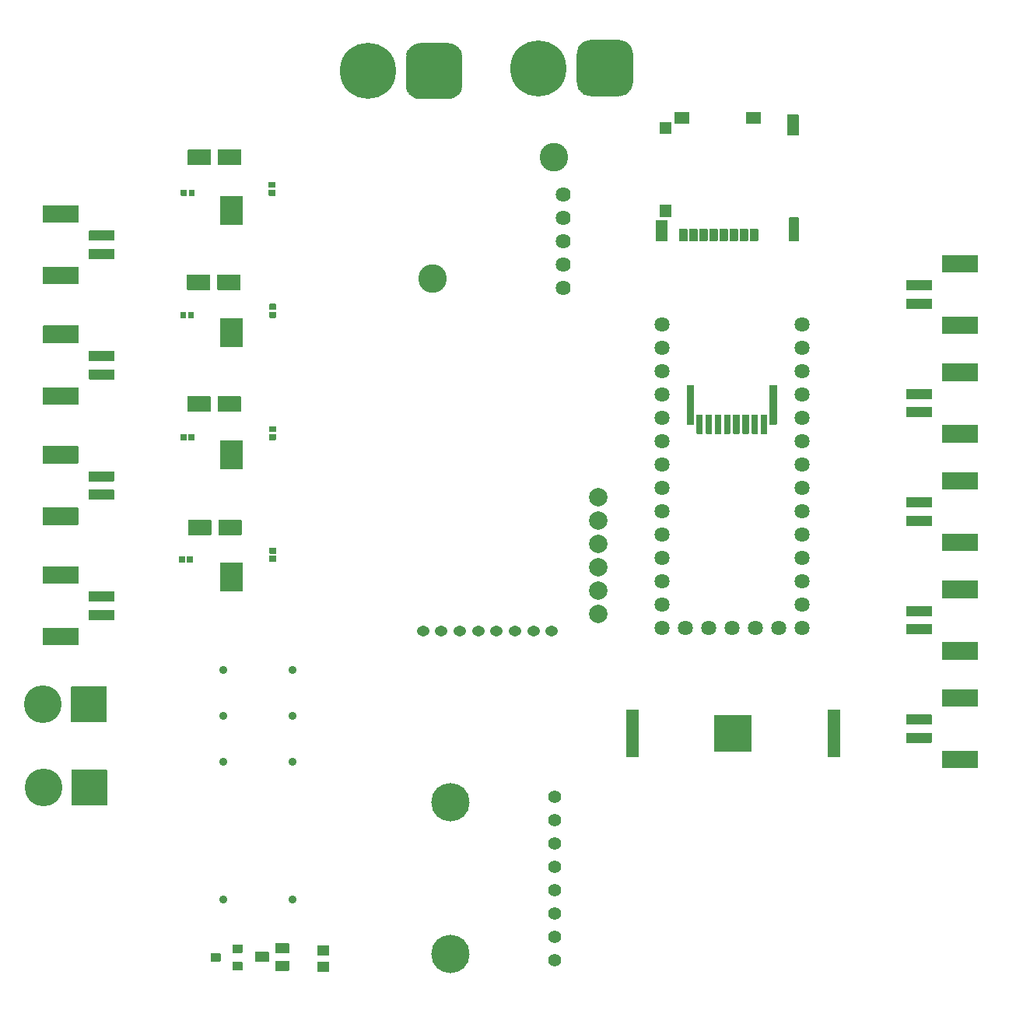
<source format=gbr>
%TF.GenerationSoftware,KiCad,Pcbnew,(5.1.8)-1*%
%TF.CreationDate,2021-01-10T20:37:24-08:00*%
%TF.ProjectId,PJS,504a532e-6b69-4636-9164-5f7063625858,rev?*%
%TF.SameCoordinates,Original*%
%TF.FileFunction,Soldermask,Top*%
%TF.FilePolarity,Negative*%
%FSLAX46Y46*%
G04 Gerber Fmt 4.6, Leading zero omitted, Abs format (unit mm)*
G04 Created by KiCad (PCBNEW (5.1.8)-1) date 2021-01-10 20:37:24*
%MOMM*%
%LPD*%
G01*
G04 APERTURE LIST*
%ADD10C,0.901600*%
%ADD11C,6.101600*%
%ADD12O,1.371600X1.101600*%
%ADD13C,2.001600*%
%ADD14C,1.409600*%
%ADD15C,4.165600*%
%ADD16C,4.101600*%
%ADD17C,1.631600*%
%ADD18C,3.101600*%
%ADD19C,1.625600*%
%ADD20C,0.100000*%
G04 APERTURE END LIST*
%TO.C,D1*%
G36*
G01*
X103401600Y-146439799D02*
X102401600Y-146439799D01*
G75*
G02*
X102350800Y-146388999I0J50800D01*
G01*
X102350800Y-145588999D01*
G75*
G02*
X102401600Y-145538199I50800J0D01*
G01*
X103401600Y-145538199D01*
G75*
G02*
X103452400Y-145588999I0J-50800D01*
G01*
X103452400Y-146388999D01*
G75*
G02*
X103401600Y-146439799I-50800J0D01*
G01*
G37*
G36*
G01*
X103401600Y-148339799D02*
X102401600Y-148339799D01*
G75*
G02*
X102350800Y-148288999I0J50800D01*
G01*
X102350800Y-147488999D01*
G75*
G02*
X102401600Y-147438199I50800J0D01*
G01*
X103401600Y-147438199D01*
G75*
G02*
X103452400Y-147488999I0J-50800D01*
G01*
X103452400Y-148288999D01*
G75*
G02*
X103401600Y-148339799I-50800J0D01*
G01*
G37*
G36*
G01*
X101001600Y-147389799D02*
X100001600Y-147389799D01*
G75*
G02*
X99950800Y-147338999I0J50800D01*
G01*
X99950800Y-146538999D01*
G75*
G02*
X100001600Y-146488199I50800J0D01*
G01*
X101001600Y-146488199D01*
G75*
G02*
X101052400Y-146538999I0J-50800D01*
G01*
X101052400Y-147338999D01*
G75*
G02*
X101001600Y-147389799I-50800J0D01*
G01*
G37*
%TD*%
%TO.C,XM1*%
G36*
G01*
X152070800Y-55000999D02*
X152070800Y-56150999D01*
G75*
G02*
X152020000Y-56201799I-50800J0D01*
G01*
X150520000Y-56201799D01*
G75*
G02*
X150469200Y-56150999I0J50800D01*
G01*
X150469200Y-55000999D01*
G75*
G02*
X150520000Y-54950199I50800J0D01*
G01*
X152020000Y-54950199D01*
G75*
G02*
X152070800Y-55000999I0J-50800D01*
G01*
G37*
G36*
G01*
X159850800Y-55000999D02*
X159850800Y-56150999D01*
G75*
G02*
X159800000Y-56201799I-50800J0D01*
G01*
X158300000Y-56201799D01*
G75*
G02*
X158249200Y-56150999I0J50800D01*
G01*
X158249200Y-55000999D01*
G75*
G02*
X158300000Y-54950199I50800J0D01*
G01*
X159800000Y-54950199D01*
G75*
G02*
X159850800Y-55000999I0J-50800D01*
G01*
G37*
G36*
G01*
X163980800Y-55270999D02*
X163980800Y-57470999D01*
G75*
G02*
X163930000Y-57521799I-50800J0D01*
G01*
X162780000Y-57521799D01*
G75*
G02*
X162729200Y-57470999I0J50800D01*
G01*
X162729200Y-55270999D01*
G75*
G02*
X162780000Y-55220199I50800J0D01*
G01*
X163930000Y-55220199D01*
G75*
G02*
X163980800Y-55270999I0J-50800D01*
G01*
G37*
G36*
G01*
X150100800Y-56100999D02*
X150100800Y-57300999D01*
G75*
G02*
X150050000Y-57351799I-50800J0D01*
G01*
X148890000Y-57351799D01*
G75*
G02*
X148839200Y-57300999I0J50800D01*
G01*
X148839200Y-56100999D01*
G75*
G02*
X148890000Y-56050199I50800J0D01*
G01*
X150050000Y-56050199D01*
G75*
G02*
X150100800Y-56100999I0J-50800D01*
G01*
G37*
G36*
G01*
X150100800Y-65075999D02*
X150100800Y-66325999D01*
G75*
G02*
X150050000Y-66376799I-50800J0D01*
G01*
X148890000Y-66376799D01*
G75*
G02*
X148839200Y-66325999I0J50800D01*
G01*
X148839200Y-65075999D01*
G75*
G02*
X148890000Y-65025199I50800J0D01*
G01*
X150050000Y-65025199D01*
G75*
G02*
X150100800Y-65075999I0J-50800D01*
G01*
G37*
G36*
G01*
X149690800Y-66750999D02*
X149690800Y-68950999D01*
G75*
G02*
X149640000Y-69001799I-50800J0D01*
G01*
X148490000Y-69001799D01*
G75*
G02*
X148439200Y-68950999I0J50800D01*
G01*
X148439200Y-66750999D01*
G75*
G02*
X148490000Y-66700199I50800J0D01*
G01*
X149640000Y-66700199D01*
G75*
G02*
X149690800Y-66750999I0J-50800D01*
G01*
G37*
G36*
G01*
X163980800Y-66450999D02*
X163980800Y-68950999D01*
G75*
G02*
X163930000Y-69001799I-50800J0D01*
G01*
X162980000Y-69001799D01*
G75*
G02*
X162929200Y-68950999I0J50800D01*
G01*
X162929200Y-66450999D01*
G75*
G02*
X162980000Y-66400199I50800J0D01*
G01*
X163930000Y-66400199D01*
G75*
G02*
X163980800Y-66450999I0J-50800D01*
G01*
G37*
G36*
G01*
X151860800Y-67710999D02*
X151860800Y-68950999D01*
G75*
G02*
X151810000Y-69001799I-50800J0D01*
G01*
X151010000Y-69001799D01*
G75*
G02*
X150959200Y-68950999I0J50800D01*
G01*
X150959200Y-67710999D01*
G75*
G02*
X151010000Y-67660199I50800J0D01*
G01*
X151810000Y-67660199D01*
G75*
G02*
X151860800Y-67710999I0J-50800D01*
G01*
G37*
G36*
G01*
X152960800Y-67710999D02*
X152960800Y-68950999D01*
G75*
G02*
X152910000Y-69001799I-50800J0D01*
G01*
X152110000Y-69001799D01*
G75*
G02*
X152059200Y-68950999I0J50800D01*
G01*
X152059200Y-67710999D01*
G75*
G02*
X152110000Y-67660199I50800J0D01*
G01*
X152910000Y-67660199D01*
G75*
G02*
X152960800Y-67710999I0J-50800D01*
G01*
G37*
G36*
G01*
X154060800Y-67710999D02*
X154060800Y-68950999D01*
G75*
G02*
X154010000Y-69001799I-50800J0D01*
G01*
X153210000Y-69001799D01*
G75*
G02*
X153159200Y-68950999I0J50800D01*
G01*
X153159200Y-67710999D01*
G75*
G02*
X153210000Y-67660199I50800J0D01*
G01*
X154010000Y-67660199D01*
G75*
G02*
X154060800Y-67710999I0J-50800D01*
G01*
G37*
G36*
G01*
X155160800Y-67710999D02*
X155160800Y-68950999D01*
G75*
G02*
X155110000Y-69001799I-50800J0D01*
G01*
X154310000Y-69001799D01*
G75*
G02*
X154259200Y-68950999I0J50800D01*
G01*
X154259200Y-67710999D01*
G75*
G02*
X154310000Y-67660199I50800J0D01*
G01*
X155110000Y-67660199D01*
G75*
G02*
X155160800Y-67710999I0J-50800D01*
G01*
G37*
G36*
G01*
X156260800Y-67710999D02*
X156260800Y-68950999D01*
G75*
G02*
X156210000Y-69001799I-50800J0D01*
G01*
X155410000Y-69001799D01*
G75*
G02*
X155359200Y-68950999I0J50800D01*
G01*
X155359200Y-67710999D01*
G75*
G02*
X155410000Y-67660199I50800J0D01*
G01*
X156210000Y-67660199D01*
G75*
G02*
X156260800Y-67710999I0J-50800D01*
G01*
G37*
G36*
G01*
X157360800Y-67710999D02*
X157360800Y-68950999D01*
G75*
G02*
X157310000Y-69001799I-50800J0D01*
G01*
X156510000Y-69001799D01*
G75*
G02*
X156459200Y-68950999I0J50800D01*
G01*
X156459200Y-67710999D01*
G75*
G02*
X156510000Y-67660199I50800J0D01*
G01*
X157310000Y-67660199D01*
G75*
G02*
X157360800Y-67710999I0J-50800D01*
G01*
G37*
G36*
G01*
X158460800Y-67710999D02*
X158460800Y-68950999D01*
G75*
G02*
X158410000Y-69001799I-50800J0D01*
G01*
X157610000Y-69001799D01*
G75*
G02*
X157559200Y-68950999I0J50800D01*
G01*
X157559200Y-67710999D01*
G75*
G02*
X157610000Y-67660199I50800J0D01*
G01*
X158410000Y-67660199D01*
G75*
G02*
X158460800Y-67710999I0J-50800D01*
G01*
G37*
G36*
G01*
X159560800Y-67710999D02*
X159560800Y-68950999D01*
G75*
G02*
X159510000Y-69001799I-50800J0D01*
G01*
X158710000Y-69001799D01*
G75*
G02*
X158659200Y-68950999I0J50800D01*
G01*
X158659200Y-67710999D01*
G75*
G02*
X158710000Y-67660199I50800J0D01*
G01*
X159510000Y-67660199D01*
G75*
G02*
X159560800Y-67710999I0J-50800D01*
G01*
G37*
%TD*%
D10*
%TO.C,K1*%
X101342500Y-115642999D03*
X101342500Y-120642999D03*
X101342500Y-125642999D03*
X101342500Y-140642999D03*
X108842500Y-115642999D03*
X108842500Y-120642999D03*
X108842500Y-125642999D03*
X108842500Y-140642999D03*
%TD*%
%TO.C,X3*%
G36*
G01*
X145925800Y-48639599D02*
X145925800Y-51690399D01*
G75*
G02*
X144400400Y-53215799I-1525400J0D01*
G01*
X141349600Y-53215799D01*
G75*
G02*
X139824200Y-51690399I0J1525400D01*
G01*
X139824200Y-48639599D01*
G75*
G02*
X141349600Y-47114199I1525400J0D01*
G01*
X144400400Y-47114199D01*
G75*
G02*
X145925800Y-48639599I0J-1525400D01*
G01*
G37*
D11*
X135675000Y-50164999D03*
%TD*%
%TO.C,C3*%
G36*
G01*
X99952800Y-85943999D02*
X99952800Y-87523999D01*
G75*
G02*
X99902000Y-87574799I-50800J0D01*
G01*
X97482000Y-87574799D01*
G75*
G02*
X97431200Y-87523999I0J50800D01*
G01*
X97431200Y-85943999D01*
G75*
G02*
X97482000Y-85893199I50800J0D01*
G01*
X99902000Y-85893199D01*
G75*
G02*
X99952800Y-85943999I0J-50800D01*
G01*
G37*
G36*
G01*
X103252800Y-85943999D02*
X103252800Y-87523999D01*
G75*
G02*
X103202000Y-87574799I-50800J0D01*
G01*
X100782000Y-87574799D01*
G75*
G02*
X100731200Y-87523999I0J50800D01*
G01*
X100731200Y-85943999D01*
G75*
G02*
X100782000Y-85893199I50800J0D01*
G01*
X103202000Y-85893199D01*
G75*
G02*
X103252800Y-85943999I0J-50800D01*
G01*
G37*
%TD*%
%TO.C,A1*%
G36*
G01*
X103485800Y-64108999D02*
X103485800Y-67208999D01*
G75*
G02*
X103435000Y-67259799I-50800J0D01*
G01*
X101035000Y-67259799D01*
G75*
G02*
X100984200Y-67208999I0J50800D01*
G01*
X100984200Y-64108999D01*
G75*
G02*
X101035000Y-64058199I50800J0D01*
G01*
X103435000Y-64058199D01*
G75*
G02*
X103485800Y-64108999I0J-50800D01*
G01*
G37*
%TD*%
%TO.C,A2*%
G36*
G01*
X103485800Y-77401665D02*
X103485800Y-80501665D01*
G75*
G02*
X103435000Y-80552465I-50800J0D01*
G01*
X101035000Y-80552465D01*
G75*
G02*
X100984200Y-80501665I0J50800D01*
G01*
X100984200Y-77401665D01*
G75*
G02*
X101035000Y-77350865I50800J0D01*
G01*
X103435000Y-77350865D01*
G75*
G02*
X103485800Y-77401665I0J-50800D01*
G01*
G37*
%TD*%
%TO.C,A3*%
G36*
G01*
X103485800Y-90694331D02*
X103485800Y-93794331D01*
G75*
G02*
X103435000Y-93845131I-50800J0D01*
G01*
X101035000Y-93845131D01*
G75*
G02*
X100984200Y-93794331I0J50800D01*
G01*
X100984200Y-90694331D01*
G75*
G02*
X101035000Y-90643531I50800J0D01*
G01*
X103435000Y-90643531D01*
G75*
G02*
X103485800Y-90694331I0J-50800D01*
G01*
G37*
%TD*%
%TO.C,A4*%
G36*
G01*
X103485800Y-103986999D02*
X103485800Y-107086999D01*
G75*
G02*
X103435000Y-107137799I-50800J0D01*
G01*
X101035000Y-107137799D01*
G75*
G02*
X100984200Y-107086999I0J50800D01*
G01*
X100984200Y-103986999D01*
G75*
G02*
X101035000Y-103936199I50800J0D01*
G01*
X103435000Y-103936199D01*
G75*
G02*
X103485800Y-103986999I0J-50800D01*
G01*
G37*
%TD*%
D12*
%TO.C,A6*%
X125092600Y-111454999D03*
X129092600Y-111454999D03*
D13*
X142122600Y-96844999D03*
X142122600Y-104464999D03*
D12*
X135092600Y-111454999D03*
X137092600Y-111454999D03*
X133092600Y-111454999D03*
D13*
X142122600Y-107004999D03*
X142122600Y-99384999D03*
X142122600Y-101924999D03*
X142122600Y-109544999D03*
D12*
X123092600Y-111454999D03*
X127092600Y-111454999D03*
X131092600Y-111454999D03*
%TD*%
D14*
%TO.C,A5*%
X137414000Y-142112999D03*
X137414000Y-137032999D03*
X137414000Y-144652999D03*
D15*
X126111000Y-130047999D03*
D14*
X137414000Y-139572999D03*
X137414000Y-147192999D03*
X137414000Y-134492999D03*
X137414000Y-129412999D03*
X137414000Y-131952999D03*
D15*
X126111000Y-146557999D03*
%TD*%
D16*
%TO.C,X2*%
X81715000Y-119414999D03*
G36*
G01*
X88665800Y-117514999D02*
X88665800Y-121314999D01*
G75*
G02*
X88615000Y-121365799I-50800J0D01*
G01*
X84815000Y-121365799D01*
G75*
G02*
X84764200Y-121314999I0J50800D01*
G01*
X84764200Y-117514999D01*
G75*
G02*
X84815000Y-117464199I50800J0D01*
G01*
X88615000Y-117464199D01*
G75*
G02*
X88665800Y-117514999I0J-50800D01*
G01*
G37*
%TD*%
%TO.C,X1*%
X81765000Y-128464999D03*
G36*
G01*
X88715800Y-126564999D02*
X88715800Y-130364999D01*
G75*
G02*
X88665000Y-130415799I-50800J0D01*
G01*
X84865000Y-130415799D01*
G75*
G02*
X84814200Y-130364999I0J50800D01*
G01*
X84814200Y-126564999D01*
G75*
G02*
X84865000Y-126514199I50800J0D01*
G01*
X88665000Y-126514199D01*
G75*
G02*
X88715800Y-126564999I0J-50800D01*
G01*
G37*
%TD*%
%TO.C,X4*%
G36*
G01*
X127358400Y-48969799D02*
X127358400Y-52020599D01*
G75*
G02*
X125833000Y-53545999I-1525400J0D01*
G01*
X122782200Y-53545999D01*
G75*
G02*
X121256800Y-52020599I0J1525400D01*
G01*
X121256800Y-48969799D01*
G75*
G02*
X122782200Y-47444399I1525400J0D01*
G01*
X125833000Y-47444399D01*
G75*
G02*
X127358400Y-48969799I0J-1525400D01*
G01*
G37*
D11*
X117107600Y-50495199D03*
%TD*%
%TO.C,R5*%
G36*
G01*
X112842599Y-148472397D02*
X111642601Y-148472397D01*
G75*
G02*
X111591801Y-148421597I0J50800D01*
G01*
X111591801Y-147415999D01*
G75*
G02*
X111642601Y-147365199I50800J0D01*
G01*
X112842599Y-147365199D01*
G75*
G02*
X112893399Y-147415999I0J-50800D01*
G01*
X112893399Y-148421597D01*
G75*
G02*
X112842599Y-148472397I-50800J0D01*
G01*
G37*
G36*
G01*
X112842599Y-146766799D02*
X111642601Y-146766799D01*
G75*
G02*
X111591801Y-146715999I0J50800D01*
G01*
X111591801Y-145710401D01*
G75*
G02*
X111642601Y-145659601I50800J0D01*
G01*
X112842599Y-145659601D01*
G75*
G02*
X112893399Y-145710401I0J-50800D01*
G01*
X112893399Y-146715999D01*
G75*
G02*
X112842599Y-146766799I-50800J0D01*
G01*
G37*
%TD*%
%TO.C,BT1*%
G36*
G01*
X168515800Y-120014999D02*
X168515800Y-125094999D01*
G75*
G02*
X168465000Y-125145799I-50800J0D01*
G01*
X167195000Y-125145799D01*
G75*
G02*
X167144200Y-125094999I0J50800D01*
G01*
X167144200Y-120014999D01*
G75*
G02*
X167195000Y-119964199I50800J0D01*
G01*
X168465000Y-119964199D01*
G75*
G02*
X168515800Y-120014999I0J-50800D01*
G01*
G37*
G36*
G01*
X146545800Y-120014999D02*
X146545800Y-125094999D01*
G75*
G02*
X146495000Y-125145799I-50800J0D01*
G01*
X145225000Y-125145799D01*
G75*
G02*
X145174200Y-125094999I0J50800D01*
G01*
X145174200Y-120014999D01*
G75*
G02*
X145225000Y-119964199I50800J0D01*
G01*
X146495000Y-119964199D01*
G75*
G02*
X146545800Y-120014999I0J-50800D01*
G01*
G37*
G36*
G01*
X158875800Y-120574999D02*
X158875800Y-124534999D01*
G75*
G02*
X158825000Y-124585799I-50800J0D01*
G01*
X154865000Y-124585799D01*
G75*
G02*
X154814200Y-124534999I0J50800D01*
G01*
X154814200Y-120574999D01*
G75*
G02*
X154865000Y-120524199I50800J0D01*
G01*
X158825000Y-120524199D01*
G75*
G02*
X158875800Y-120574999I0J-50800D01*
G01*
G37*
%TD*%
D17*
%TO.C,U2*%
X161772600Y-111048799D03*
X159232600Y-111048799D03*
X156692600Y-111048799D03*
X154152600Y-111048799D03*
X151612600Y-111048799D03*
X164312600Y-78028799D03*
X164312600Y-80568799D03*
X164312600Y-83108799D03*
X164312600Y-85648799D03*
X164312600Y-88188799D03*
X164312600Y-90728799D03*
X164312600Y-93268799D03*
X164312600Y-95808799D03*
X164312600Y-98348799D03*
X164312600Y-100888799D03*
X164312600Y-103428799D03*
X164312600Y-105968799D03*
X164312600Y-108508799D03*
X164312600Y-111048799D03*
X149072600Y-78028799D03*
X149072600Y-80568799D03*
X149072600Y-83108799D03*
X149072600Y-85648799D03*
X149072600Y-88188799D03*
X149072600Y-90728799D03*
X149072600Y-93268799D03*
X149072600Y-95808799D03*
X149072600Y-98348799D03*
X149072600Y-100888799D03*
X149072600Y-103428799D03*
X149072600Y-105968799D03*
X149072600Y-108508799D03*
X149072600Y-111048799D03*
%TD*%
%TO.C,Q1*%
G36*
G01*
X108454600Y-146488999D02*
X107054600Y-146488999D01*
G75*
G02*
X107003800Y-146438199I0J50800D01*
G01*
X107003800Y-145438199D01*
G75*
G02*
X107054600Y-145387399I50800J0D01*
G01*
X108454600Y-145387399D01*
G75*
G02*
X108505400Y-145438199I0J-50800D01*
G01*
X108505400Y-146438199D01*
G75*
G02*
X108454600Y-146488999I-50800J0D01*
G01*
G37*
G36*
G01*
X108454600Y-148388999D02*
X107054600Y-148388999D01*
G75*
G02*
X107003800Y-148338199I0J50800D01*
G01*
X107003800Y-147338199D01*
G75*
G02*
X107054600Y-147287399I50800J0D01*
G01*
X108454600Y-147287399D01*
G75*
G02*
X108505400Y-147338199I0J-50800D01*
G01*
X108505400Y-148338199D01*
G75*
G02*
X108454600Y-148388999I-50800J0D01*
G01*
G37*
G36*
G01*
X106254600Y-147438999D02*
X104854600Y-147438999D01*
G75*
G02*
X104803800Y-147388199I0J50800D01*
G01*
X104803800Y-146388199D01*
G75*
G02*
X104854600Y-146337399I50800J0D01*
G01*
X106254600Y-146337399D01*
G75*
G02*
X106305400Y-146388199I0J-50800D01*
G01*
X106305400Y-147388199D01*
G75*
G02*
X106254600Y-147438999I-50800J0D01*
G01*
G37*
%TD*%
%TO.C,C1*%
G36*
G01*
X99985800Y-59084999D02*
X99985800Y-60664999D01*
G75*
G02*
X99935000Y-60715799I-50800J0D01*
G01*
X97515000Y-60715799D01*
G75*
G02*
X97464200Y-60664999I0J50800D01*
G01*
X97464200Y-59084999D01*
G75*
G02*
X97515000Y-59034199I50800J0D01*
G01*
X99935000Y-59034199D01*
G75*
G02*
X99985800Y-59084999I0J-50800D01*
G01*
G37*
G36*
G01*
X103285800Y-59084999D02*
X103285800Y-60664999D01*
G75*
G02*
X103235000Y-60715799I-50800J0D01*
G01*
X100815000Y-60715799D01*
G75*
G02*
X100764200Y-60664999I0J50800D01*
G01*
X100764200Y-59084999D01*
G75*
G02*
X100815000Y-59034199I50800J0D01*
G01*
X103235000Y-59034199D01*
G75*
G02*
X103285800Y-59084999I0J-50800D01*
G01*
G37*
%TD*%
%TO.C,C2*%
G36*
G01*
X103217800Y-72668999D02*
X103217800Y-74248999D01*
G75*
G02*
X103167000Y-74299799I-50800J0D01*
G01*
X100747000Y-74299799D01*
G75*
G02*
X100696200Y-74248999I0J50800D01*
G01*
X100696200Y-72668999D01*
G75*
G02*
X100747000Y-72618199I50800J0D01*
G01*
X103167000Y-72618199D01*
G75*
G02*
X103217800Y-72668999I0J-50800D01*
G01*
G37*
G36*
G01*
X99917800Y-72668999D02*
X99917800Y-74248999D01*
G75*
G02*
X99867000Y-74299799I-50800J0D01*
G01*
X97447000Y-74299799D01*
G75*
G02*
X97396200Y-74248999I0J50800D01*
G01*
X97396200Y-72668999D01*
G75*
G02*
X97447000Y-72618199I50800J0D01*
G01*
X99867000Y-72618199D01*
G75*
G02*
X99917800Y-72668999I0J-50800D01*
G01*
G37*
%TD*%
%TO.C,C4*%
G36*
G01*
X103337800Y-99368999D02*
X103337800Y-100948999D01*
G75*
G02*
X103287000Y-100999799I-50800J0D01*
G01*
X100867000Y-100999799D01*
G75*
G02*
X100816200Y-100948999I0J50800D01*
G01*
X100816200Y-99368999D01*
G75*
G02*
X100867000Y-99318199I50800J0D01*
G01*
X103287000Y-99318199D01*
G75*
G02*
X103337800Y-99368999I0J-50800D01*
G01*
G37*
G36*
G01*
X100037800Y-99368999D02*
X100037800Y-100948999D01*
G75*
G02*
X99987000Y-100999799I-50800J0D01*
G01*
X97567000Y-100999799D01*
G75*
G02*
X97516200Y-100948999I0J50800D01*
G01*
X97516200Y-99368999D01*
G75*
G02*
X97567000Y-99318199I50800J0D01*
G01*
X99987000Y-99318199D01*
G75*
G02*
X100037800Y-99368999I0J-50800D01*
G01*
G37*
%TD*%
%TO.C,C5*%
G36*
G01*
X98228800Y-63440499D02*
X98228800Y-64040499D01*
G75*
G02*
X98178000Y-64091299I-50800J0D01*
G01*
X97638000Y-64091299D01*
G75*
G02*
X97587200Y-64040499I0J50800D01*
G01*
X97587200Y-63440499D01*
G75*
G02*
X97638000Y-63389699I50800J0D01*
G01*
X98178000Y-63389699D01*
G75*
G02*
X98228800Y-63440499I0J-50800D01*
G01*
G37*
G36*
G01*
X97368800Y-63440499D02*
X97368800Y-64040499D01*
G75*
G02*
X97318000Y-64091299I-50800J0D01*
G01*
X96778000Y-64091299D01*
G75*
G02*
X96727200Y-64040499I0J50800D01*
G01*
X96727200Y-63440499D01*
G75*
G02*
X96778000Y-63389699I50800J0D01*
G01*
X97318000Y-63389699D01*
G75*
G02*
X97368800Y-63440499I0J-50800D01*
G01*
G37*
%TD*%
%TO.C,C6*%
G36*
G01*
X97301800Y-76773999D02*
X97301800Y-77373999D01*
G75*
G02*
X97251000Y-77424799I-50800J0D01*
G01*
X96711000Y-77424799D01*
G75*
G02*
X96660200Y-77373999I0J50800D01*
G01*
X96660200Y-76773999D01*
G75*
G02*
X96711000Y-76723199I50800J0D01*
G01*
X97251000Y-76723199D01*
G75*
G02*
X97301800Y-76773999I0J-50800D01*
G01*
G37*
G36*
G01*
X98161800Y-76773999D02*
X98161800Y-77373999D01*
G75*
G02*
X98111000Y-77424799I-50800J0D01*
G01*
X97571000Y-77424799D01*
G75*
G02*
X97520200Y-77373999I0J50800D01*
G01*
X97520200Y-76773999D01*
G75*
G02*
X97571000Y-76723199I50800J0D01*
G01*
X98111000Y-76723199D01*
G75*
G02*
X98161800Y-76773999I0J-50800D01*
G01*
G37*
%TD*%
%TO.C,C7*%
G36*
G01*
X97326800Y-90033499D02*
X97326800Y-90633499D01*
G75*
G02*
X97276000Y-90684299I-50800J0D01*
G01*
X96736000Y-90684299D01*
G75*
G02*
X96685200Y-90633499I0J50800D01*
G01*
X96685200Y-90033499D01*
G75*
G02*
X96736000Y-89982699I50800J0D01*
G01*
X97276000Y-89982699D01*
G75*
G02*
X97326800Y-90033499I0J-50800D01*
G01*
G37*
G36*
G01*
X98186800Y-90033499D02*
X98186800Y-90633499D01*
G75*
G02*
X98136000Y-90684299I-50800J0D01*
G01*
X97596000Y-90684299D01*
G75*
G02*
X97545200Y-90633499I0J50800D01*
G01*
X97545200Y-90033499D01*
G75*
G02*
X97596000Y-89982699I50800J0D01*
G01*
X98136000Y-89982699D01*
G75*
G02*
X98186800Y-90033499I0J-50800D01*
G01*
G37*
%TD*%
%TO.C,C8*%
G36*
G01*
X98031800Y-103338999D02*
X98031800Y-103938999D01*
G75*
G02*
X97981000Y-103989799I-50800J0D01*
G01*
X97441000Y-103989799D01*
G75*
G02*
X97390200Y-103938999I0J50800D01*
G01*
X97390200Y-103338999D01*
G75*
G02*
X97441000Y-103288199I50800J0D01*
G01*
X97981000Y-103288199D01*
G75*
G02*
X98031800Y-103338999I0J-50800D01*
G01*
G37*
G36*
G01*
X97171800Y-103338999D02*
X97171800Y-103938999D01*
G75*
G02*
X97121000Y-103989799I-50800J0D01*
G01*
X96581000Y-103989799D01*
G75*
G02*
X96530200Y-103938999I0J50800D01*
G01*
X96530200Y-103338999D01*
G75*
G02*
X96581000Y-103288199I50800J0D01*
G01*
X97121000Y-103288199D01*
G75*
G02*
X97171800Y-103338999I0J-50800D01*
G01*
G37*
%TD*%
%TO.C,J1*%
G36*
G01*
X152593400Y-84711499D02*
X152593400Y-88911499D01*
G75*
G02*
X152542601Y-88962298I-50799J0D01*
G01*
X151842599Y-88962298D01*
G75*
G02*
X151791800Y-88911499I0J50799D01*
G01*
X151791800Y-84711499D01*
G75*
G02*
X151842599Y-84660700I50799J0D01*
G01*
X152542601Y-84660700D01*
G75*
G02*
X152593400Y-84711499I0J-50799D01*
G01*
G37*
G36*
G01*
X153543400Y-87911499D02*
X153543400Y-89911499D01*
G75*
G02*
X153492600Y-89962299I-50800J0D01*
G01*
X152892600Y-89962299D01*
G75*
G02*
X152841800Y-89911499I0J50800D01*
G01*
X152841800Y-87911499D01*
G75*
G02*
X152892600Y-87860699I50800J0D01*
G01*
X153492600Y-87860699D01*
G75*
G02*
X153543400Y-87911499I0J-50800D01*
G01*
G37*
G36*
G01*
X154543400Y-87911499D02*
X154543400Y-89911499D01*
G75*
G02*
X154492600Y-89962299I-50800J0D01*
G01*
X153892600Y-89962299D01*
G75*
G02*
X153841800Y-89911499I0J50800D01*
G01*
X153841800Y-87911499D01*
G75*
G02*
X153892600Y-87860699I50800J0D01*
G01*
X154492600Y-87860699D01*
G75*
G02*
X154543400Y-87911499I0J-50800D01*
G01*
G37*
G36*
G01*
X155543400Y-87911499D02*
X155543400Y-89911499D01*
G75*
G02*
X155492600Y-89962299I-50800J0D01*
G01*
X154892600Y-89962299D01*
G75*
G02*
X154841800Y-89911499I0J50800D01*
G01*
X154841800Y-87911499D01*
G75*
G02*
X154892600Y-87860699I50800J0D01*
G01*
X155492600Y-87860699D01*
G75*
G02*
X155543400Y-87911499I0J-50800D01*
G01*
G37*
G36*
G01*
X156543400Y-87911499D02*
X156543400Y-89911499D01*
G75*
G02*
X156492600Y-89962299I-50800J0D01*
G01*
X155892600Y-89962299D01*
G75*
G02*
X155841800Y-89911499I0J50800D01*
G01*
X155841800Y-87911499D01*
G75*
G02*
X155892600Y-87860699I50800J0D01*
G01*
X156492600Y-87860699D01*
G75*
G02*
X156543400Y-87911499I0J-50800D01*
G01*
G37*
G36*
G01*
X158543400Y-87911499D02*
X158543400Y-89911499D01*
G75*
G02*
X158492600Y-89962299I-50800J0D01*
G01*
X157892600Y-89962299D01*
G75*
G02*
X157841800Y-89911499I0J50800D01*
G01*
X157841800Y-87911499D01*
G75*
G02*
X157892600Y-87860699I50800J0D01*
G01*
X158492600Y-87860699D01*
G75*
G02*
X158543400Y-87911499I0J-50800D01*
G01*
G37*
G36*
G01*
X157543400Y-87911499D02*
X157543400Y-89911499D01*
G75*
G02*
X157492600Y-89962299I-50800J0D01*
G01*
X156892600Y-89962299D01*
G75*
G02*
X156841800Y-89911499I0J50800D01*
G01*
X156841800Y-87911499D01*
G75*
G02*
X156892600Y-87860699I50800J0D01*
G01*
X157492600Y-87860699D01*
G75*
G02*
X157543400Y-87911499I0J-50800D01*
G01*
G37*
G36*
G01*
X160543400Y-87911499D02*
X160543400Y-89911499D01*
G75*
G02*
X160492600Y-89962299I-50800J0D01*
G01*
X159892600Y-89962299D01*
G75*
G02*
X159841800Y-89911499I0J50800D01*
G01*
X159841800Y-87911499D01*
G75*
G02*
X159892600Y-87860699I50800J0D01*
G01*
X160492600Y-87860699D01*
G75*
G02*
X160543400Y-87911499I0J-50800D01*
G01*
G37*
G36*
G01*
X159543400Y-87911499D02*
X159543400Y-89911499D01*
G75*
G02*
X159492600Y-89962299I-50800J0D01*
G01*
X158892600Y-89962299D01*
G75*
G02*
X158841800Y-89911499I0J50800D01*
G01*
X158841800Y-87911499D01*
G75*
G02*
X158892600Y-87860699I50800J0D01*
G01*
X159492600Y-87860699D01*
G75*
G02*
X159543400Y-87911499I0J-50800D01*
G01*
G37*
G36*
G01*
X161593400Y-84711499D02*
X161593400Y-88911499D01*
G75*
G02*
X161542601Y-88962298I-50799J0D01*
G01*
X160842599Y-88962298D01*
G75*
G02*
X160791800Y-88911499I0J50799D01*
G01*
X160791800Y-84711499D01*
G75*
G02*
X160842599Y-84660700I50799J0D01*
G01*
X161542601Y-84660700D01*
G75*
G02*
X161593400Y-84711499I0J-50799D01*
G01*
G37*
%TD*%
%TO.C,J2*%
G36*
G01*
X89463000Y-68945799D02*
X86763000Y-68945799D01*
G75*
G02*
X86712200Y-68894999I0J50800D01*
G01*
X86712200Y-67894999D01*
G75*
G02*
X86763000Y-67844199I50800J0D01*
G01*
X89463000Y-67844199D01*
G75*
G02*
X89513800Y-67894999I0J-50800D01*
G01*
X89513800Y-68894999D01*
G75*
G02*
X89463000Y-68945799I-50800J0D01*
G01*
G37*
G36*
G01*
X89463000Y-70945799D02*
X86763000Y-70945799D01*
G75*
G02*
X86712200Y-70894999I0J50800D01*
G01*
X86712200Y-69894999D01*
G75*
G02*
X86763000Y-69844199I50800J0D01*
G01*
X89463000Y-69844199D01*
G75*
G02*
X89513800Y-69894999I0J-50800D01*
G01*
X89513800Y-70894999D01*
G75*
G02*
X89463000Y-70945799I-50800J0D01*
G01*
G37*
G36*
G01*
X85563000Y-73695799D02*
X81763000Y-73695799D01*
G75*
G02*
X81712200Y-73644999I0J50800D01*
G01*
X81712200Y-71844999D01*
G75*
G02*
X81763000Y-71794199I50800J0D01*
G01*
X85563000Y-71794199D01*
G75*
G02*
X85613800Y-71844999I0J-50800D01*
G01*
X85613800Y-73644999D01*
G75*
G02*
X85563000Y-73695799I-50800J0D01*
G01*
G37*
G36*
G01*
X85563000Y-66995799D02*
X81763000Y-66995799D01*
G75*
G02*
X81712200Y-66944999I0J50800D01*
G01*
X81712200Y-65144999D01*
G75*
G02*
X81763000Y-65094199I50800J0D01*
G01*
X85563000Y-65094199D01*
G75*
G02*
X85613800Y-65144999I0J-50800D01*
G01*
X85613800Y-66944999D01*
G75*
G02*
X85563000Y-66995799I-50800J0D01*
G01*
G37*
%TD*%
%TO.C,J3*%
G36*
G01*
X85563000Y-80089132D02*
X81763000Y-80089132D01*
G75*
G02*
X81712200Y-80038332I0J50800D01*
G01*
X81712200Y-78238332D01*
G75*
G02*
X81763000Y-78187532I50800J0D01*
G01*
X85563000Y-78187532D01*
G75*
G02*
X85613800Y-78238332I0J-50800D01*
G01*
X85613800Y-80038332D01*
G75*
G02*
X85563000Y-80089132I-50800J0D01*
G01*
G37*
G36*
G01*
X85563000Y-86789132D02*
X81763000Y-86789132D01*
G75*
G02*
X81712200Y-86738332I0J50800D01*
G01*
X81712200Y-84938332D01*
G75*
G02*
X81763000Y-84887532I50800J0D01*
G01*
X85563000Y-84887532D01*
G75*
G02*
X85613800Y-84938332I0J-50800D01*
G01*
X85613800Y-86738332D01*
G75*
G02*
X85563000Y-86789132I-50800J0D01*
G01*
G37*
G36*
G01*
X89463000Y-84039132D02*
X86763000Y-84039132D01*
G75*
G02*
X86712200Y-83988332I0J50800D01*
G01*
X86712200Y-82988332D01*
G75*
G02*
X86763000Y-82937532I50800J0D01*
G01*
X89463000Y-82937532D01*
G75*
G02*
X89513800Y-82988332I0J-50800D01*
G01*
X89513800Y-83988332D01*
G75*
G02*
X89463000Y-84039132I-50800J0D01*
G01*
G37*
G36*
G01*
X89463000Y-82039132D02*
X86763000Y-82039132D01*
G75*
G02*
X86712200Y-81988332I0J50800D01*
G01*
X86712200Y-80988332D01*
G75*
G02*
X86763000Y-80937532I50800J0D01*
G01*
X89463000Y-80937532D01*
G75*
G02*
X89513800Y-80988332I0J-50800D01*
G01*
X89513800Y-81988332D01*
G75*
G02*
X89463000Y-82039132I-50800J0D01*
G01*
G37*
%TD*%
%TO.C,J4*%
G36*
G01*
X85525000Y-93182465D02*
X81725000Y-93182465D01*
G75*
G02*
X81674200Y-93131665I0J50800D01*
G01*
X81674200Y-91331665D01*
G75*
G02*
X81725000Y-91280865I50800J0D01*
G01*
X85525000Y-91280865D01*
G75*
G02*
X85575800Y-91331665I0J-50800D01*
G01*
X85575800Y-93131665D01*
G75*
G02*
X85525000Y-93182465I-50800J0D01*
G01*
G37*
G36*
G01*
X85525000Y-99882465D02*
X81725000Y-99882465D01*
G75*
G02*
X81674200Y-99831665I0J50800D01*
G01*
X81674200Y-98031665D01*
G75*
G02*
X81725000Y-97980865I50800J0D01*
G01*
X85525000Y-97980865D01*
G75*
G02*
X85575800Y-98031665I0J-50800D01*
G01*
X85575800Y-99831665D01*
G75*
G02*
X85525000Y-99882465I-50800J0D01*
G01*
G37*
G36*
G01*
X89425000Y-97132465D02*
X86725000Y-97132465D01*
G75*
G02*
X86674200Y-97081665I0J50800D01*
G01*
X86674200Y-96081665D01*
G75*
G02*
X86725000Y-96030865I50800J0D01*
G01*
X89425000Y-96030865D01*
G75*
G02*
X89475800Y-96081665I0J-50800D01*
G01*
X89475800Y-97081665D01*
G75*
G02*
X89425000Y-97132465I-50800J0D01*
G01*
G37*
G36*
G01*
X89425000Y-95132465D02*
X86725000Y-95132465D01*
G75*
G02*
X86674200Y-95081665I0J50800D01*
G01*
X86674200Y-94081665D01*
G75*
G02*
X86725000Y-94030865I50800J0D01*
G01*
X89425000Y-94030865D01*
G75*
G02*
X89475800Y-94081665I0J-50800D01*
G01*
X89475800Y-95081665D01*
G75*
G02*
X89425000Y-95132465I-50800J0D01*
G01*
G37*
%TD*%
%TO.C,J5*%
G36*
G01*
X89435000Y-108225799D02*
X86735000Y-108225799D01*
G75*
G02*
X86684200Y-108174999I0J50800D01*
G01*
X86684200Y-107174999D01*
G75*
G02*
X86735000Y-107124199I50800J0D01*
G01*
X89435000Y-107124199D01*
G75*
G02*
X89485800Y-107174999I0J-50800D01*
G01*
X89485800Y-108174999D01*
G75*
G02*
X89435000Y-108225799I-50800J0D01*
G01*
G37*
G36*
G01*
X89435000Y-110225799D02*
X86735000Y-110225799D01*
G75*
G02*
X86684200Y-110174999I0J50800D01*
G01*
X86684200Y-109174999D01*
G75*
G02*
X86735000Y-109124199I50800J0D01*
G01*
X89435000Y-109124199D01*
G75*
G02*
X89485800Y-109174999I0J-50800D01*
G01*
X89485800Y-110174999D01*
G75*
G02*
X89435000Y-110225799I-50800J0D01*
G01*
G37*
G36*
G01*
X85535000Y-112975799D02*
X81735000Y-112975799D01*
G75*
G02*
X81684200Y-112924999I0J50800D01*
G01*
X81684200Y-111124999D01*
G75*
G02*
X81735000Y-111074199I50800J0D01*
G01*
X85535000Y-111074199D01*
G75*
G02*
X85585800Y-111124999I0J-50800D01*
G01*
X85585800Y-112924999D01*
G75*
G02*
X85535000Y-112975799I-50800J0D01*
G01*
G37*
G36*
G01*
X85535000Y-106275799D02*
X81735000Y-106275799D01*
G75*
G02*
X81684200Y-106224999I0J50800D01*
G01*
X81684200Y-104424999D01*
G75*
G02*
X81735000Y-104374199I50800J0D01*
G01*
X85535000Y-104374199D01*
G75*
G02*
X85585800Y-104424999I0J-50800D01*
G01*
X85585800Y-106224999D01*
G75*
G02*
X85535000Y-106275799I-50800J0D01*
G01*
G37*
%TD*%
%TO.C,J6*%
G36*
G01*
X179599600Y-124446199D02*
X183399600Y-124446199D01*
G75*
G02*
X183450400Y-124496999I0J-50800D01*
G01*
X183450400Y-126296999D01*
G75*
G02*
X183399600Y-126347799I-50800J0D01*
G01*
X179599600Y-126347799D01*
G75*
G02*
X179548800Y-126296999I0J50800D01*
G01*
X179548800Y-124496999D01*
G75*
G02*
X179599600Y-124446199I50800J0D01*
G01*
G37*
G36*
G01*
X179599600Y-117746199D02*
X183399600Y-117746199D01*
G75*
G02*
X183450400Y-117796999I0J-50800D01*
G01*
X183450400Y-119596999D01*
G75*
G02*
X183399600Y-119647799I-50800J0D01*
G01*
X179599600Y-119647799D01*
G75*
G02*
X179548800Y-119596999I0J50800D01*
G01*
X179548800Y-117796999D01*
G75*
G02*
X179599600Y-117746199I50800J0D01*
G01*
G37*
G36*
G01*
X175699600Y-120496199D02*
X178399600Y-120496199D01*
G75*
G02*
X178450400Y-120546999I0J-50800D01*
G01*
X178450400Y-121546999D01*
G75*
G02*
X178399600Y-121597799I-50800J0D01*
G01*
X175699600Y-121597799D01*
G75*
G02*
X175648800Y-121546999I0J50800D01*
G01*
X175648800Y-120546999D01*
G75*
G02*
X175699600Y-120496199I50800J0D01*
G01*
G37*
G36*
G01*
X175699600Y-122496199D02*
X178399600Y-122496199D01*
G75*
G02*
X178450400Y-122546999I0J-50800D01*
G01*
X178450400Y-123546999D01*
G75*
G02*
X178399600Y-123597799I-50800J0D01*
G01*
X175699600Y-123597799D01*
G75*
G02*
X175648800Y-123546999I0J50800D01*
G01*
X175648800Y-122546999D01*
G75*
G02*
X175699600Y-122496199I50800J0D01*
G01*
G37*
%TD*%
%TO.C,J7*%
G36*
G01*
X179625000Y-112635199D02*
X183425000Y-112635199D01*
G75*
G02*
X183475800Y-112685999I0J-50800D01*
G01*
X183475800Y-114485999D01*
G75*
G02*
X183425000Y-114536799I-50800J0D01*
G01*
X179625000Y-114536799D01*
G75*
G02*
X179574200Y-114485999I0J50800D01*
G01*
X179574200Y-112685999D01*
G75*
G02*
X179625000Y-112635199I50800J0D01*
G01*
G37*
G36*
G01*
X179625000Y-105935199D02*
X183425000Y-105935199D01*
G75*
G02*
X183475800Y-105985999I0J-50800D01*
G01*
X183475800Y-107785999D01*
G75*
G02*
X183425000Y-107836799I-50800J0D01*
G01*
X179625000Y-107836799D01*
G75*
G02*
X179574200Y-107785999I0J50800D01*
G01*
X179574200Y-105985999D01*
G75*
G02*
X179625000Y-105935199I50800J0D01*
G01*
G37*
G36*
G01*
X175725000Y-108685199D02*
X178425000Y-108685199D01*
G75*
G02*
X178475800Y-108735999I0J-50800D01*
G01*
X178475800Y-109735999D01*
G75*
G02*
X178425000Y-109786799I-50800J0D01*
G01*
X175725000Y-109786799D01*
G75*
G02*
X175674200Y-109735999I0J50800D01*
G01*
X175674200Y-108735999D01*
G75*
G02*
X175725000Y-108685199I50800J0D01*
G01*
G37*
G36*
G01*
X175725000Y-110685199D02*
X178425000Y-110685199D01*
G75*
G02*
X178475800Y-110735999I0J-50800D01*
G01*
X178475800Y-111735999D01*
G75*
G02*
X178425000Y-111786799I-50800J0D01*
G01*
X175725000Y-111786799D01*
G75*
G02*
X175674200Y-111735999I0J50800D01*
G01*
X175674200Y-110735999D01*
G75*
G02*
X175725000Y-110685199I50800J0D01*
G01*
G37*
%TD*%
%TO.C,J8*%
G36*
G01*
X175725000Y-98874199D02*
X178425000Y-98874199D01*
G75*
G02*
X178475800Y-98924999I0J-50800D01*
G01*
X178475800Y-99924999D01*
G75*
G02*
X178425000Y-99975799I-50800J0D01*
G01*
X175725000Y-99975799D01*
G75*
G02*
X175674200Y-99924999I0J50800D01*
G01*
X175674200Y-98924999D01*
G75*
G02*
X175725000Y-98874199I50800J0D01*
G01*
G37*
G36*
G01*
X175725000Y-96874199D02*
X178425000Y-96874199D01*
G75*
G02*
X178475800Y-96924999I0J-50800D01*
G01*
X178475800Y-97924999D01*
G75*
G02*
X178425000Y-97975799I-50800J0D01*
G01*
X175725000Y-97975799D01*
G75*
G02*
X175674200Y-97924999I0J50800D01*
G01*
X175674200Y-96924999D01*
G75*
G02*
X175725000Y-96874199I50800J0D01*
G01*
G37*
G36*
G01*
X179625000Y-94124199D02*
X183425000Y-94124199D01*
G75*
G02*
X183475800Y-94174999I0J-50800D01*
G01*
X183475800Y-95974999D01*
G75*
G02*
X183425000Y-96025799I-50800J0D01*
G01*
X179625000Y-96025799D01*
G75*
G02*
X179574200Y-95974999I0J50800D01*
G01*
X179574200Y-94174999D01*
G75*
G02*
X179625000Y-94124199I50800J0D01*
G01*
G37*
G36*
G01*
X179625000Y-100824199D02*
X183425000Y-100824199D01*
G75*
G02*
X183475800Y-100874999I0J-50800D01*
G01*
X183475800Y-102674999D01*
G75*
G02*
X183425000Y-102725799I-50800J0D01*
G01*
X179625000Y-102725799D01*
G75*
G02*
X179574200Y-102674999I0J50800D01*
G01*
X179574200Y-100874999D01*
G75*
G02*
X179625000Y-100824199I50800J0D01*
G01*
G37*
%TD*%
%TO.C,J9*%
G36*
G01*
X179625000Y-89013199D02*
X183425000Y-89013199D01*
G75*
G02*
X183475800Y-89063999I0J-50800D01*
G01*
X183475800Y-90863999D01*
G75*
G02*
X183425000Y-90914799I-50800J0D01*
G01*
X179625000Y-90914799D01*
G75*
G02*
X179574200Y-90863999I0J50800D01*
G01*
X179574200Y-89063999D01*
G75*
G02*
X179625000Y-89013199I50800J0D01*
G01*
G37*
G36*
G01*
X179625000Y-82313199D02*
X183425000Y-82313199D01*
G75*
G02*
X183475800Y-82363999I0J-50800D01*
G01*
X183475800Y-84163999D01*
G75*
G02*
X183425000Y-84214799I-50800J0D01*
G01*
X179625000Y-84214799D01*
G75*
G02*
X179574200Y-84163999I0J50800D01*
G01*
X179574200Y-82363999D01*
G75*
G02*
X179625000Y-82313199I50800J0D01*
G01*
G37*
G36*
G01*
X175725000Y-85063199D02*
X178425000Y-85063199D01*
G75*
G02*
X178475800Y-85113999I0J-50800D01*
G01*
X178475800Y-86113999D01*
G75*
G02*
X178425000Y-86164799I-50800J0D01*
G01*
X175725000Y-86164799D01*
G75*
G02*
X175674200Y-86113999I0J50800D01*
G01*
X175674200Y-85113999D01*
G75*
G02*
X175725000Y-85063199I50800J0D01*
G01*
G37*
G36*
G01*
X175725000Y-87063199D02*
X178425000Y-87063199D01*
G75*
G02*
X178475800Y-87113999I0J-50800D01*
G01*
X178475800Y-88113999D01*
G75*
G02*
X178425000Y-88164799I-50800J0D01*
G01*
X175725000Y-88164799D01*
G75*
G02*
X175674200Y-88113999I0J50800D01*
G01*
X175674200Y-87113999D01*
G75*
G02*
X175725000Y-87063199I50800J0D01*
G01*
G37*
%TD*%
%TO.C,J10*%
G36*
G01*
X175725000Y-75252199D02*
X178425000Y-75252199D01*
G75*
G02*
X178475800Y-75302999I0J-50800D01*
G01*
X178475800Y-76302999D01*
G75*
G02*
X178425000Y-76353799I-50800J0D01*
G01*
X175725000Y-76353799D01*
G75*
G02*
X175674200Y-76302999I0J50800D01*
G01*
X175674200Y-75302999D01*
G75*
G02*
X175725000Y-75252199I50800J0D01*
G01*
G37*
G36*
G01*
X175725000Y-73252199D02*
X178425000Y-73252199D01*
G75*
G02*
X178475800Y-73302999I0J-50800D01*
G01*
X178475800Y-74302999D01*
G75*
G02*
X178425000Y-74353799I-50800J0D01*
G01*
X175725000Y-74353799D01*
G75*
G02*
X175674200Y-74302999I0J50800D01*
G01*
X175674200Y-73302999D01*
G75*
G02*
X175725000Y-73252199I50800J0D01*
G01*
G37*
G36*
G01*
X179625000Y-70502199D02*
X183425000Y-70502199D01*
G75*
G02*
X183475800Y-70552999I0J-50800D01*
G01*
X183475800Y-72352999D01*
G75*
G02*
X183425000Y-72403799I-50800J0D01*
G01*
X179625000Y-72403799D01*
G75*
G02*
X179574200Y-72352999I0J50800D01*
G01*
X179574200Y-70552999D01*
G75*
G02*
X179625000Y-70502199I50800J0D01*
G01*
G37*
G36*
G01*
X179625000Y-77202199D02*
X183425000Y-77202199D01*
G75*
G02*
X183475800Y-77252999I0J-50800D01*
G01*
X183475800Y-79052999D01*
G75*
G02*
X183425000Y-79103799I-50800J0D01*
G01*
X179625000Y-79103799D01*
G75*
G02*
X179574200Y-79052999I0J50800D01*
G01*
X179574200Y-77252999D01*
G75*
G02*
X179625000Y-77202199I50800J0D01*
G01*
G37*
%TD*%
%TO.C,R1*%
G36*
G01*
X106974601Y-64062599D02*
X106334599Y-64062599D01*
G75*
G02*
X106283800Y-64011800I0J50799D01*
G01*
X106283800Y-63451798D01*
G75*
G02*
X106334599Y-63400999I50799J0D01*
G01*
X106974601Y-63400999D01*
G75*
G02*
X107025400Y-63451798I0J-50799D01*
G01*
X107025400Y-64011800D01*
G75*
G02*
X106974601Y-64062599I-50799J0D01*
G01*
G37*
G36*
G01*
X106974601Y-63192599D02*
X106334599Y-63192599D01*
G75*
G02*
X106283800Y-63141800I0J50799D01*
G01*
X106283800Y-62581798D01*
G75*
G02*
X106334599Y-62530999I50799J0D01*
G01*
X106974601Y-62530999D01*
G75*
G02*
X107025400Y-62581798I0J-50799D01*
G01*
X107025400Y-63141800D01*
G75*
G02*
X106974601Y-63192599I-50799J0D01*
G01*
G37*
%TD*%
%TO.C,R2*%
G36*
G01*
X107050801Y-76476799D02*
X106410799Y-76476799D01*
G75*
G02*
X106360000Y-76426000I0J50799D01*
G01*
X106360000Y-75865998D01*
G75*
G02*
X106410799Y-75815199I50799J0D01*
G01*
X107050801Y-75815199D01*
G75*
G02*
X107101600Y-75865998I0J-50799D01*
G01*
X107101600Y-76426000D01*
G75*
G02*
X107050801Y-76476799I-50799J0D01*
G01*
G37*
G36*
G01*
X107050801Y-77346799D02*
X106410799Y-77346799D01*
G75*
G02*
X106360000Y-77296000I0J50799D01*
G01*
X106360000Y-76735998D01*
G75*
G02*
X106410799Y-76685199I50799J0D01*
G01*
X107050801Y-76685199D01*
G75*
G02*
X107101600Y-76735998I0J-50799D01*
G01*
X107101600Y-77296000D01*
G75*
G02*
X107050801Y-77346799I-50799J0D01*
G01*
G37*
%TD*%
%TO.C,R3*%
G36*
G01*
X107025401Y-90656399D02*
X106385399Y-90656399D01*
G75*
G02*
X106334600Y-90605600I0J50799D01*
G01*
X106334600Y-90045598D01*
G75*
G02*
X106385399Y-89994799I50799J0D01*
G01*
X107025401Y-89994799D01*
G75*
G02*
X107076200Y-90045598I0J-50799D01*
G01*
X107076200Y-90605600D01*
G75*
G02*
X107025401Y-90656399I-50799J0D01*
G01*
G37*
G36*
G01*
X107025401Y-89786399D02*
X106385399Y-89786399D01*
G75*
G02*
X106334600Y-89735600I0J50799D01*
G01*
X106334600Y-89175598D01*
G75*
G02*
X106385399Y-89124799I50799J0D01*
G01*
X107025401Y-89124799D01*
G75*
G02*
X107076200Y-89175598I0J-50799D01*
G01*
X107076200Y-89735600D01*
G75*
G02*
X107025401Y-89786399I-50799J0D01*
G01*
G37*
%TD*%
%TO.C,R4*%
G36*
G01*
X107050801Y-103010299D02*
X106410799Y-103010299D01*
G75*
G02*
X106360000Y-102959500I0J50799D01*
G01*
X106360000Y-102399498D01*
G75*
G02*
X106410799Y-102348699I50799J0D01*
G01*
X107050801Y-102348699D01*
G75*
G02*
X107101600Y-102399498I0J-50799D01*
G01*
X107101600Y-102959500D01*
G75*
G02*
X107050801Y-103010299I-50799J0D01*
G01*
G37*
G36*
G01*
X107050801Y-103880299D02*
X106410799Y-103880299D01*
G75*
G02*
X106360000Y-103829500I0J50799D01*
G01*
X106360000Y-103269498D01*
G75*
G02*
X106410799Y-103218699I50799J0D01*
G01*
X107050801Y-103218699D01*
G75*
G02*
X107101600Y-103269498I0J-50799D01*
G01*
X107101600Y-103829500D01*
G75*
G02*
X107050801Y-103880299I-50799J0D01*
G01*
G37*
%TD*%
D18*
%TO.C,VR1*%
X124146500Y-73084499D03*
X137346500Y-59884499D03*
D19*
X138366500Y-63944499D03*
X138366500Y-66484499D03*
X138366500Y-69024499D03*
X138366500Y-71564499D03*
X138376500Y-74114499D03*
%TD*%
D20*
G36*
X127359565Y-52018973D02*
G01*
X127360400Y-52020599D01*
X127360400Y-52043366D01*
X127360390Y-52043562D01*
X127331326Y-52338661D01*
X127331250Y-52339046D01*
X127245895Y-52620422D01*
X127245745Y-52620784D01*
X127107140Y-52880095D01*
X127106922Y-52880421D01*
X126920389Y-53107711D01*
X126920112Y-53107988D01*
X126692822Y-53294521D01*
X126692496Y-53294739D01*
X126433185Y-53433344D01*
X126432823Y-53433494D01*
X126151447Y-53518849D01*
X126151062Y-53518925D01*
X125855963Y-53547989D01*
X125855767Y-53547999D01*
X125833000Y-53547999D01*
X125831268Y-53546999D01*
X125831268Y-53544999D01*
X125832804Y-53544009D01*
X126130196Y-53514719D01*
X126415976Y-53428028D01*
X126679351Y-53287252D01*
X126910200Y-53097799D01*
X127099653Y-52866950D01*
X127240429Y-52603575D01*
X127327120Y-52317795D01*
X127356410Y-52020403D01*
X127357575Y-52018777D01*
X127359565Y-52018973D01*
G37*
G36*
X121258790Y-52020403D02*
G01*
X121288080Y-52317795D01*
X121374771Y-52603575D01*
X121515547Y-52866950D01*
X121705000Y-53097799D01*
X121935849Y-53287252D01*
X122199224Y-53428028D01*
X122485004Y-53514719D01*
X122782396Y-53544009D01*
X122784022Y-53545174D01*
X122783826Y-53547164D01*
X122782200Y-53547999D01*
X122759433Y-53547999D01*
X122759237Y-53547989D01*
X122464138Y-53518925D01*
X122463753Y-53518849D01*
X122182377Y-53433494D01*
X122182015Y-53433344D01*
X121922704Y-53294739D01*
X121922378Y-53294521D01*
X121695088Y-53107988D01*
X121694811Y-53107711D01*
X121508278Y-52880421D01*
X121508060Y-52880095D01*
X121369455Y-52620784D01*
X121369305Y-52620422D01*
X121283950Y-52339046D01*
X121283874Y-52338661D01*
X121254810Y-52043562D01*
X121254800Y-52043366D01*
X121254800Y-52020599D01*
X121255800Y-52018867D01*
X121257800Y-52018867D01*
X121258790Y-52020403D01*
G37*
G36*
X139826190Y-51690203D02*
G01*
X139855480Y-51987595D01*
X139942171Y-52273375D01*
X140082947Y-52536750D01*
X140272400Y-52767599D01*
X140503249Y-52957052D01*
X140766624Y-53097828D01*
X141052404Y-53184519D01*
X141349796Y-53213809D01*
X141351422Y-53214974D01*
X141351226Y-53216964D01*
X141349600Y-53217799D01*
X141326833Y-53217799D01*
X141326637Y-53217789D01*
X141031538Y-53188725D01*
X141031153Y-53188649D01*
X140749777Y-53103294D01*
X140749415Y-53103144D01*
X140490104Y-52964539D01*
X140489778Y-52964321D01*
X140262488Y-52777788D01*
X140262211Y-52777511D01*
X140075678Y-52550221D01*
X140075460Y-52549895D01*
X139936855Y-52290584D01*
X139936705Y-52290222D01*
X139851350Y-52008846D01*
X139851274Y-52008461D01*
X139822210Y-51713362D01*
X139822200Y-51713166D01*
X139822200Y-51690399D01*
X139823200Y-51688667D01*
X139825200Y-51688667D01*
X139826190Y-51690203D01*
G37*
G36*
X145926965Y-51688773D02*
G01*
X145927800Y-51690399D01*
X145927800Y-51713166D01*
X145927790Y-51713362D01*
X145898726Y-52008461D01*
X145898650Y-52008846D01*
X145813295Y-52290222D01*
X145813145Y-52290584D01*
X145674540Y-52549895D01*
X145674322Y-52550221D01*
X145487789Y-52777511D01*
X145487512Y-52777788D01*
X145260222Y-52964321D01*
X145259896Y-52964539D01*
X145000585Y-53103144D01*
X145000223Y-53103294D01*
X144718847Y-53188649D01*
X144718462Y-53188725D01*
X144423363Y-53217789D01*
X144423167Y-53217799D01*
X144400400Y-53217799D01*
X144398668Y-53216799D01*
X144398668Y-53214799D01*
X144400204Y-53213809D01*
X144697596Y-53184519D01*
X144983376Y-53097828D01*
X145246751Y-52957052D01*
X145477600Y-52767599D01*
X145667053Y-52536750D01*
X145807829Y-52273375D01*
X145894520Y-51987595D01*
X145923810Y-51690203D01*
X145924975Y-51688577D01*
X145926965Y-51688773D01*
G37*
G36*
X122783932Y-47443399D02*
G01*
X122783932Y-47445399D01*
X122782396Y-47446389D01*
X122485004Y-47475679D01*
X122199224Y-47562370D01*
X121935849Y-47703146D01*
X121705000Y-47892599D01*
X121515547Y-48123448D01*
X121374771Y-48386823D01*
X121288080Y-48672603D01*
X121258790Y-48969995D01*
X121257625Y-48971621D01*
X121255635Y-48971425D01*
X121254800Y-48969799D01*
X121254800Y-48947032D01*
X121254810Y-48946836D01*
X121283874Y-48651737D01*
X121283950Y-48651352D01*
X121369305Y-48369976D01*
X121369455Y-48369614D01*
X121508060Y-48110303D01*
X121508278Y-48109977D01*
X121694811Y-47882687D01*
X121695088Y-47882410D01*
X121922378Y-47695877D01*
X121922704Y-47695659D01*
X122182015Y-47557054D01*
X122182377Y-47556904D01*
X122463753Y-47471549D01*
X122464138Y-47471473D01*
X122759237Y-47442409D01*
X122759433Y-47442399D01*
X122782200Y-47442399D01*
X122783932Y-47443399D01*
G37*
G36*
X125855963Y-47442409D02*
G01*
X126151062Y-47471473D01*
X126151447Y-47471549D01*
X126432823Y-47556904D01*
X126433185Y-47557054D01*
X126692496Y-47695659D01*
X126692822Y-47695877D01*
X126920112Y-47882410D01*
X126920389Y-47882687D01*
X127106922Y-48109977D01*
X127107140Y-48110303D01*
X127245745Y-48369614D01*
X127245895Y-48369976D01*
X127331250Y-48651352D01*
X127331326Y-48651737D01*
X127360390Y-48946836D01*
X127360400Y-48947032D01*
X127360400Y-48969799D01*
X127359400Y-48971531D01*
X127357400Y-48971531D01*
X127356410Y-48969995D01*
X127327120Y-48672603D01*
X127240429Y-48386823D01*
X127099653Y-48123448D01*
X126910200Y-47892599D01*
X126679351Y-47703146D01*
X126415976Y-47562370D01*
X126130196Y-47475679D01*
X125832804Y-47446389D01*
X125831178Y-47445224D01*
X125831374Y-47443234D01*
X125833000Y-47442399D01*
X125855767Y-47442399D01*
X125855963Y-47442409D01*
G37*
G36*
X141351332Y-47113199D02*
G01*
X141351332Y-47115199D01*
X141349796Y-47116189D01*
X141052404Y-47145479D01*
X140766624Y-47232170D01*
X140503249Y-47372946D01*
X140272400Y-47562399D01*
X140082947Y-47793248D01*
X139942171Y-48056623D01*
X139855480Y-48342403D01*
X139826190Y-48639795D01*
X139825025Y-48641421D01*
X139823035Y-48641225D01*
X139822200Y-48639599D01*
X139822200Y-48616832D01*
X139822210Y-48616636D01*
X139851274Y-48321537D01*
X139851350Y-48321152D01*
X139936705Y-48039776D01*
X139936855Y-48039414D01*
X140075460Y-47780103D01*
X140075678Y-47779777D01*
X140262211Y-47552487D01*
X140262488Y-47552210D01*
X140489778Y-47365677D01*
X140490104Y-47365459D01*
X140749415Y-47226854D01*
X140749777Y-47226704D01*
X141031153Y-47141349D01*
X141031538Y-47141273D01*
X141326637Y-47112209D01*
X141326833Y-47112199D01*
X141349600Y-47112199D01*
X141351332Y-47113199D01*
G37*
G36*
X144423363Y-47112209D02*
G01*
X144718462Y-47141273D01*
X144718847Y-47141349D01*
X145000223Y-47226704D01*
X145000585Y-47226854D01*
X145259896Y-47365459D01*
X145260222Y-47365677D01*
X145487512Y-47552210D01*
X145487789Y-47552487D01*
X145674322Y-47779777D01*
X145674540Y-47780103D01*
X145813145Y-48039414D01*
X145813295Y-48039776D01*
X145898650Y-48321152D01*
X145898726Y-48321537D01*
X145927790Y-48616636D01*
X145927800Y-48616832D01*
X145927800Y-48639599D01*
X145926800Y-48641331D01*
X145924800Y-48641331D01*
X145923810Y-48639795D01*
X145894520Y-48342403D01*
X145807829Y-48056623D01*
X145667053Y-47793248D01*
X145477600Y-47562399D01*
X145246751Y-47372946D01*
X144983376Y-47232170D01*
X144697596Y-47145479D01*
X144400204Y-47116189D01*
X144398578Y-47115024D01*
X144398774Y-47113034D01*
X144400400Y-47112199D01*
X144423167Y-47112199D01*
X144423363Y-47112209D01*
G37*
M02*

</source>
